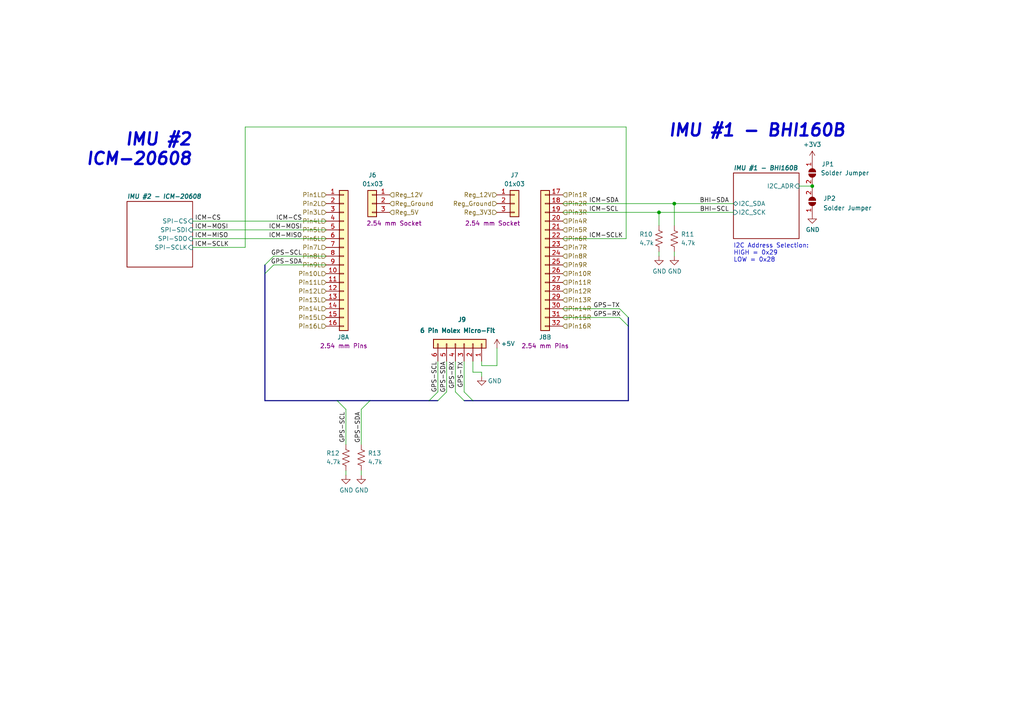
<source format=kicad_sch>
(kicad_sch (version 20211123) (generator eeschema)
  (paper "A4")
  (lib_symbols
    (symbol "Connector_Generic:Conn_01x03" (pin_names (offset 1.016) hide)
      (property "Reference" "J" (at 0 5.08 0))
      (property "Value" "Conn_01x03" (at 0 -5.08 0))
      (symbol "Conn_01x03_1_1"
        (rectangle (start -1.27 -2.413) (end 0 -2.667) (stroke (width 0.1524)))
        (rectangle (start -1.27 0.127) (end 0 -0.127) (stroke (width 0.1524)))
        (rectangle (start -1.27 2.667) (end 0 2.413) (stroke (width 0.1524)))
        (rectangle (start -1.27 3.81) (end 1.27 -3.81) (stroke (width 0.254)) (fill (type background)))
        (pin passive line (at -5.08 2.54 0) (length 3.81) (name "Pin_1") (number "1"))
        (pin passive line (at -5.08 0 0) (length 3.81) (name "Pin_2") (number "2"))
        (pin passive line (at -5.08 -2.54 0) (length 3.81) (name "Pin_3") (number "3"))
      )
    )
    (symbol "Connector_Generic:Conn_01x06" (pin_names (offset 1.016) hide)
      (property "Reference" "J" (at 0 7.62 0))
      (property "Value" "Conn_01x06" (at 0 -10.16 0))
      (symbol "Conn_01x06_1_1"
        (rectangle (start -1.27 -7.493) (end 0 -7.747) (stroke (width 0.1524)))
        (rectangle (start -1.27 -4.953) (end 0 -5.207) (stroke (width 0.1524)))
        (rectangle (start -1.27 -2.413) (end 0 -2.667) (stroke (width 0.1524)))
        (rectangle (start -1.27 0.127) (end 0 -0.127) (stroke (width 0.1524)))
        (rectangle (start -1.27 2.667) (end 0 2.413) (stroke (width 0.1524)))
        (rectangle (start -1.27 5.207) (end 0 4.953) (stroke (width 0.1524)))
        (rectangle (start -1.27 6.35) (end 1.27 -8.89) (stroke (width 0.254)) (fill (type background)))
        (pin passive line (at -5.08 5.08 0) (length 3.81) (name "Pin_1") (number "1"))
        (pin passive line (at -5.08 2.54 0) (length 3.81) (name "Pin_2") (number "2"))
        (pin passive line (at -5.08 0 0) (length 3.81) (name "Pin_3") (number "3"))
        (pin passive line (at -5.08 -2.54 0) (length 3.81) (name "Pin_4") (number "4"))
        (pin passive line (at -5.08 -5.08 0) (length 3.81) (name "Pin_5") (number "5"))
        (pin passive line (at -5.08 -7.62 0) (length 3.81) (name "Pin_6") (number "6"))
      )
    )
    (symbol "Device:R_US" (pin_numbers hide) (pin_names (offset 0))
      (property "Reference" "R" (at 2.54 0 90))
      (property "Value" "R_US" (at -2.54 0 90))
      (symbol "R_US_0_1"
        (polyline (pts (xy 0 -2.286) (xy 0 -2.54)))
        (polyline (pts (xy 0 2.286) (xy 0 2.54)))
        (polyline (pts (xy 0 -0.762) (xy 1.016 -1.143) (xy 0 -1.524) (xy -1.016 -1.905) (xy 0 -2.286)))
        (polyline (pts (xy 0 0.762) (xy 1.016 0.381) (xy 0 0) (xy -1.016 -0.381) (xy 0 -0.762)))
        (polyline (pts (xy 0 2.286) (xy 1.016 1.905) (xy 0 1.524) (xy -1.016 1.143) (xy 0 0.762)))
      )
      (symbol "R_US_1_1"
        (pin passive line (at 0 3.81 270) (length 1.27) (name "~") (number "1"))
        (pin passive line (at 0 -3.81 90) (length 1.27) (name "~") (number "2"))
      )
    )
    (symbol "Jumper:SolderJumper_2_Open" (pin_names (offset 0) hide)
      (property "Reference" "JP" (at 0 2.032 0))
      (property "Value" "SolderJumper_2_Open" (at 0 -2.54 0))
      (symbol "SolderJumper_2_Open_0_1"
        (arc (start -0.254 1.016) (mid -1.27 0) (end -0.254 -1.016))
        (arc (start -0.254 1.016) (mid -1.27 0) (end -0.254 -1.016) (fill (type outline)))
        (polyline (pts (xy -0.254 1.016) (xy -0.254 -1.016)))
        (polyline (pts (xy 0.254 1.016) (xy 0.254 -1.016)))
        (arc (start 0.254 -1.016) (mid 1.27 0) (end 0.254 1.016))
        (arc (start 0.254 -1.016) (mid 1.27 0) (end 0.254 1.016) (fill (type outline)))
      )
      (symbol "SolderJumper_2_Open_1_1"
        (pin passive line (at -3.81 0 0) (length 2.54) (name "A") (number "1"))
        (pin passive line (at 3.81 0 180) (length 2.54) (name "B") (number "2"))
      )
    )
    (symbol "Nav_Board:Conn_02x16_Separate"
      (property "Reference" "J" (at -1.905 21.59 0))
      (symbol "Conn_02x16_Separate_1_1"
        (rectangle (start -1.27 -18.923) (end 0 -19.177) (stroke (width 0.1524)))
        (rectangle (start -1.27 -16.383) (end 0 -16.637) (stroke (width 0.1524)))
        (rectangle (start -1.27 -13.843) (end 0 -14.097) (stroke (width 0.1524)))
        (rectangle (start -1.27 -11.303) (end 0 -11.557) (stroke (width 0.1524)))
        (rectangle (start -1.27 -8.763) (end 0 -9.017) (stroke (width 0.1524)))
        (rectangle (start -1.27 -6.223) (end 0 -6.477) (stroke (width 0.1524)))
        (rectangle (start -1.27 -3.683) (end 0 -3.937) (stroke (width 0.1524)))
        (rectangle (start -1.27 -1.143) (end 0 -1.397) (stroke (width 0.1524)))
        (rectangle (start -1.27 1.397) (end 0 1.143) (stroke (width 0.1524)))
        (rectangle (start -1.27 3.937) (end 0 3.683) (stroke (width 0.1524)))
        (rectangle (start -1.27 6.477) (end 0 6.223) (stroke (width 0.1524)))
        (rectangle (start -1.27 9.017) (end 0 8.763) (stroke (width 0.1524)))
        (rectangle (start -1.27 11.557) (end 0 11.303) (stroke (width 0.1524)))
        (rectangle (start -1.27 14.097) (end 0 13.843) (stroke (width 0.1524)))
        (rectangle (start -1.27 16.637) (end 0 16.383) (stroke (width 0.1524)))
        (rectangle (start -1.27 19.177) (end 0 18.923) (stroke (width 0.1524)))
        (rectangle (start -1.27 20.32) (end 1.27 -20.32) (stroke (width 0.254)) (fill (type background)))
        (pin passive line (at -5.08 19.05 0) (length 3.81) (name "") (number "1"))
        (pin passive line (at -5.08 -3.81 0) (length 3.81) (name "") (number "10"))
        (pin passive line (at -5.08 -6.35 0) (length 3.81) (name "") (number "11"))
        (pin passive line (at -5.08 -8.89 0) (length 3.81) (name "") (number "12"))
        (pin passive line (at -5.08 -11.43 0) (length 3.81) (name "") (number "13"))
        (pin passive line (at -5.08 -13.97 0) (length 3.81) (name "") (number "14"))
        (pin passive line (at -5.08 -16.51 0) (length 3.81) (name "") (number "15"))
        (pin passive line (at -5.08 -19.05 0) (length 3.81) (name "") (number "16"))
        (pin passive line (at -5.08 16.51 0) (length 3.81) (name "") (number "2"))
        (pin passive line (at -5.08 13.97 0) (length 3.81) (name "") (number "3"))
        (pin passive line (at -5.08 11.43 0) (length 3.81) (name "") (number "4"))
        (pin passive line (at -5.08 8.89 0) (length 3.81) (name "") (number "5"))
        (pin passive line (at -5.08 6.35 0) (length 3.81) (name "") (number "6"))
        (pin passive line (at -5.08 3.81 0) (length 3.81) (name "") (number "7"))
        (pin passive line (at -5.08 1.27 0) (length 3.81) (name "") (number "8"))
        (pin passive line (at -5.08 -1.27 0) (length 3.81) (name "") (number "9"))
      )
      (symbol "Conn_02x16_Separate_2_1"
        (rectangle (start -1.27 -18.923) (end 0 -19.177) (stroke (width 0.1524)))
        (rectangle (start -1.27 -16.383) (end 0 -16.637) (stroke (width 0.1524)))
        (rectangle (start -1.27 -13.843) (end 0 -14.097) (stroke (width 0.1524)))
        (rectangle (start -1.27 -11.303) (end 0 -11.557) (stroke (width 0.1524)))
        (rectangle (start -1.27 -8.763) (end 0 -9.017) (stroke (width 0.1524)))
        (rectangle (start -1.27 -6.223) (end 0 -6.477) (stroke (width 0.1524)))
        (rectangle (start -1.27 -3.683) (end 0 -3.937) (stroke (width 0.1524)))
        (rectangle (start -1.27 -1.143) (end 0 -1.397) (stroke (width 0.1524)))
        (rectangle (start -1.27 1.397) (end 0 1.143) (stroke (width 0.1524)))
        (rectangle (start -1.27 3.937) (end 0 3.683) (stroke (width 0.1524)))
        (rectangle (start -1.27 6.477) (end 0 6.223) (stroke (width 0.1524)))
        (rectangle (start -1.27 9.017) (end 0 8.763) (stroke (width 0.1524)))
        (rectangle (start -1.27 11.557) (end 0 11.303) (stroke (width 0.1524)))
        (rectangle (start -1.27 14.097) (end 0 13.843) (stroke (width 0.1524)))
        (rectangle (start -1.27 16.637) (end 0 16.383) (stroke (width 0.1524)))
        (rectangle (start -1.27 19.177) (end 0 18.923) (stroke (width 0.1524)))
        (rectangle (start -1.27 20.32) (end 1.27 -20.32) (stroke (width 0.254)) (fill (type background)))
        (pin passive line (at -5.08 19.05 0) (length 3.81) (name "") (number "17"))
        (pin passive line (at -5.08 16.51 0) (length 3.81) (name "") (number "18"))
        (pin passive line (at -5.08 13.97 0) (length 3.81) (name "") (number "19"))
        (pin passive line (at -5.08 11.43 0) (length 3.81) (name "") (number "20"))
        (pin passive line (at -5.08 8.89 0) (length 3.81) (name "") (number "21"))
        (pin passive line (at -5.08 6.35 0) (length 3.81) (name "") (number "22"))
        (pin passive line (at -5.08 3.81 0) (length 3.81) (name "") (number "23"))
        (pin passive line (at -5.08 1.27 0) (length 3.81) (name "") (number "24"))
        (pin passive line (at -5.08 -1.27 0) (length 3.81) (name "") (number "25"))
        (pin passive line (at -5.08 -3.81 0) (length 3.81) (name "") (number "26"))
        (pin passive line (at -5.08 -6.35 0) (length 3.81) (name "") (number "27"))
        (pin passive line (at -5.08 -8.89 0) (length 3.81) (name "") (number "28"))
        (pin passive line (at -5.08 -11.43 0) (length 3.81) (name "") (number "29"))
        (pin passive line (at -5.08 -13.97 0) (length 3.81) (name "") (number "30"))
        (pin passive line (at -5.08 -16.51 0) (length 3.81) (name "") (number "31"))
        (pin passive line (at -5.08 -19.05 0) (length 3.81) (name "") (number "32"))
      )
    )
    (symbol "power:+3V3" (power) (pin_names (offset 0))
      (property "Value" "+3V3" (at 0 3.556 0))
      (symbol "+3V3_0_1"
        (polyline (pts (xy -0.762 1.27) (xy 0 2.54)))
        (polyline (pts (xy 0 0) (xy 0 2.54)))
        (polyline (pts (xy 0 2.54) (xy 0.762 1.27)))
      )
      (symbol "+3V3_1_1"
        (pin power_in line (at 0 0 90) (length 0) hide (name "+3V3") (number "1"))
      )
    )
    (symbol "power:+5V" (power) (pin_names (offset 0))
      (property "Value" "+5V" (at 0 3.556 0))
      (symbol "+5V_0_1"
        (polyline (pts (xy -0.762 1.27) (xy 0 2.54)))
        (polyline (pts (xy 0 0) (xy 0 2.54)))
        (polyline (pts (xy 0 2.54) (xy 0.762 1.27)))
      )
      (symbol "+5V_1_1"
        (pin power_in line (at 0 0 90) (length 0) hide (name "+5V") (number "1"))
      )
    )
    (symbol "power:GND" (power) (pin_names (offset 0))
      (property "Value" "GND" (at 0 -3.81 0))
      (symbol "GND_0_1"
        (polyline (pts (xy 0 0) (xy 0 -1.27) (xy 1.27 -1.27) (xy 0 -2.54) (xy -1.27 -1.27) (xy 0 -1.27)))
      )
      (symbol "GND_1_1"
        (pin power_in line (at 0 0 270) (length 0) hide (name "GND") (number "1"))
      )
    )
  )
  (junction (at 191.135 61.595))
  (junction (at 235.585 53.975))
  (junction (at 195.58 59.055))
  (bus_entry (at 76.835 79.375) (size 2.54 -2.54))
  (bus_entry (at 76.835 76.835) (size 2.54 -2.54))
  (bus_entry (at 179.705 89.535) (size 2.54 2.54))
  (bus_entry (at 179.705 92.075) (size 2.54 2.54))
  (bus_entry (at 132.08 113.665) (size 2.54 2.54))
  (bus_entry (at 134.62 113.665) (size 2.54 2.54))
  (bus_entry (at 129.54 113.665) (size -2.54 2.54))
  (bus_entry (at 127 113.665) (size -2.54 2.54))
  (bus_entry (at 104.775 118.745) (size 2.54 -2.54))
  (bus_entry (at 100.33 118.745) (size -2.54 -2.54))
  (wire (pts (xy 163.195 89.535) (xy 179.705 89.535)))
  (wire (pts (xy 163.195 92.075) (xy 179.705 92.075)))
  (wire (pts (xy 195.58 73.025) (xy 195.58 74.295)))
  (wire (pts (xy 191.135 61.595) (xy 191.135 65.405)))
  (wire (pts (xy 163.195 59.055) (xy 195.58 59.055)))
  (wire (pts (xy 55.88 64.135) (xy 94.615 64.135)))
  (wire (pts (xy 163.195 61.595) (xy 191.135 61.595)))
  (bus (pts (xy 97.79 116.205) (xy 76.835 116.205)))
  (wire (pts (xy 195.58 59.055) (xy 212.725 59.055)))
  (wire (pts (xy 127 104.775) (xy 127 113.665)))
  (wire (pts (xy 104.775 118.745) (xy 104.775 128.905)))
  (wire (pts (xy 79.375 74.295) (xy 94.615 74.295)))
  (wire (pts (xy 191.135 61.595) (xy 212.725 61.595)))
  (wire (pts (xy 139.7 104.775) (xy 139.7 106.045)))
  (wire (pts (xy 235.585 53.975) (xy 231.775 53.975)))
  (wire (pts (xy 137.16 107.95) (xy 137.16 104.775)))
  (wire (pts (xy 100.33 136.525) (xy 100.33 137.795)))
  (wire (pts (xy 134.62 104.775) (xy 134.62 113.665)))
  (bus (pts (xy 137.16 116.205) (xy 182.245 116.205)))
  (wire (pts (xy 79.375 76.835) (xy 94.615 76.835)))
  (wire (pts (xy 104.775 136.525) (xy 104.775 137.795)))
  (bus (pts (xy 134.62 116.205) (xy 137.16 116.205)))
  (wire (pts (xy 191.135 73.025) (xy 191.135 74.295)))
  (bus (pts (xy 182.245 116.205) (xy 182.245 94.615)))
  (bus (pts (xy 124.46 116.205) (xy 127 116.205)))
  (wire (pts (xy 55.88 71.755) (xy 71.12 71.755)))
  (wire (pts (xy 55.88 66.675) (xy 94.615 66.675)))
  (wire (pts (xy 195.58 59.055) (xy 195.58 65.405)))
  (bus (pts (xy 124.46 116.205) (xy 107.315 116.205)))
  (wire (pts (xy 129.54 104.775) (xy 129.54 113.665)))
  (wire (pts (xy 144.145 106.045) (xy 139.7 106.045)))
  (wire (pts (xy 144.145 100.965) (xy 144.145 106.045)))
  (bus (pts (xy 107.315 116.205) (xy 97.79 116.205)))
  (wire (pts (xy 71.12 36.83) (xy 181.61 36.83)))
  (wire (pts (xy 235.585 53.975) (xy 235.585 54.61)))
  (wire (pts (xy 139.7 107.95) (xy 137.16 107.95)))
  (wire (pts (xy 132.08 104.775) (xy 132.08 113.665)))
  (wire (pts (xy 71.12 71.755) (xy 71.12 36.83)))
  (wire (pts (xy 139.7 109.22) (xy 139.7 107.95)))
  (wire (pts (xy 181.61 69.215) (xy 163.195 69.215)))
  (wire (pts (xy 181.61 36.83) (xy 181.61 69.215)))
  (wire (pts (xy 100.33 118.745) (xy 100.33 128.905)))
  (bus (pts (xy 76.835 79.375) (xy 76.835 76.835)))
  (bus (pts (xy 182.245 94.615) (xy 182.245 92.075)))
  (bus (pts (xy 76.835 116.205) (xy 76.835 79.375)))
  (wire (pts (xy 55.88 69.215) (xy 94.615 69.215)))
  (text "IMU #1 - BHI160B" (at 193.675 40.005 0) (effects (font (size 3.5052 3.5052) (thickness 0.701) bold italic) (justify left bottom)))
  (text "I2C Address Selection:\nHIGH = 0x29\nLOW = 0x28" (at 212.725 76.2 0) (effects (font (size 1.27 1.27)) (justify left bottom)))
  (text "IMU #2\nICM-20608" (at 55.88 48.26 180) (effects (font (size 3.5052 3.5052) (thickness 0.701) bold italic) (justify right bottom)))
  (label "ICM-CS" (at 56.515 64.135 0))
  (label "GPS-TX" (at 172.085 89.535 0))
  (label "GPS-SDA" (at 87.63 76.835 180))
  (label "ICM-SDA" (at 170.815 59.055 0))
  (label "ICM-MISO" (at 87.63 69.215 180))
  (label "GPS-RX" (at 132.08 104.775 270))
  (label "GPS-RX" (at 172.085 92.075 0))
  (label "ICM-CS" (at 87.63 64.135 180))
  (label "ICM-MOSI" (at 87.63 66.675 180))
  (label "GPS-SDA" (at 129.54 104.775 270))
  (label "BHI-SCL" (at 211.455 61.595 180))
  (label "GPS-SCL" (at 127 104.775 270))
  (label "ICM-SCLK" (at 170.815 69.215 0))
  (label "ICM-MOSI" (at 56.515 66.675 0))
  (label "GPS-SCL" (at 100.33 119.38 270))
  (label "ICM-MISO" (at 56.515 69.215 0))
  (label "ICM-SCL" (at 170.815 61.595 0))
  (label "GPS-TX" (at 134.62 104.775 270))
  (label "ICM-SCLK" (at 56.515 71.755 0))
  (label "BHI-SDA" (at 211.455 59.055 180))
  (label "GPS-SDA" (at 104.775 119.38 270))
  (label "GPS-SCL" (at 87.63 74.295 180))
  (hierarchical_label "Pin1L" (shape input) (at 94.615 56.515 180))
  (hierarchical_label "Pin12R" (shape input) (at 163.195 84.455 0))
  (hierarchical_label "Reg_3V3" (shape input) (at 144.145 61.595 180))
  (hierarchical_label "Pin5L" (shape input) (at 94.615 66.675 180))
  (hierarchical_label "Pin9L" (shape input) (at 94.615 76.835 180))
  (hierarchical_label "Pin7L" (shape input) (at 94.615 71.755 180))
  (hierarchical_label "Pin15R" (shape input) (at 163.195 92.075 0))
  (hierarchical_label "Reg_Ground" (shape input) (at 144.145 59.055 180))
  (hierarchical_label "Pin3L" (shape input) (at 94.615 61.595 180))
  (hierarchical_label "Pin4L" (shape input) (at 94.615 64.135 180))
  (hierarchical_label "Pin15L" (shape input) (at 94.615 92.075 180))
  (hierarchical_label "Pin13L" (shape input) (at 94.615 86.995 180))
  (hierarchical_label "Pin10L" (shape input) (at 94.615 79.375 180))
  (hierarchical_label "Pin14L" (shape input) (at 94.615 89.535 180))
  (hierarchical_label "Pin13R" (shape input) (at 163.195 86.995 0))
  (hierarchical_label "Pin16R" (shape input) (at 163.195 94.615 0))
  (hierarchical_label "Reg_Ground" (shape input) (at 113.03 59.055 0))
  (hierarchical_label "Pin5R" (shape input) (at 163.195 66.675 0))
  (hierarchical_label "Pin1R" (shape input) (at 163.195 56.515 0))
  (hierarchical_label "Pin3R" (shape input) (at 163.195 61.595 0))
  (hierarchical_label "Pin14R" (shape input) (at 163.195 89.535 0))
  (hierarchical_label "Pin6R" (shape input) (at 163.195 69.215 0))
  (hierarchical_label "Pin12L" (shape input) (at 94.615 84.455 180))
  (hierarchical_label "Pin2R" (shape input) (at 163.195 59.055 0))
  (hierarchical_label "Pin16L" (shape input) (at 94.615 94.615 180))
  (hierarchical_label "Pin11L" (shape input) (at 94.615 81.915 180))
  (hierarchical_label "Pin6L" (shape input) (at 94.615 69.215 180))
  (hierarchical_label "Pin8L" (shape input) (at 94.615 74.295 180))
  (hierarchical_label "Pin9R" (shape input) (at 163.195 76.835 0))
  (hierarchical_label "Pin11R" (shape input) (at 163.195 81.915 0))
  (hierarchical_label "Reg_12V" (shape input) (at 113.03 56.515 0))
  (hierarchical_label "Pin8R" (shape input) (at 163.195 74.295 0))
  (hierarchical_label "Pin2L" (shape input) (at 94.615 59.055 180))
  (hierarchical_label "Reg_12V" (shape input) (at 144.145 56.515 180))
  (hierarchical_label "Reg_5V" (shape input) (at 113.03 61.595 0))
  (hierarchical_label "Pin4R" (shape input) (at 163.195 64.135 0))
  (hierarchical_label "Pin10R" (shape input) (at 163.195 79.375 0))
  (hierarchical_label "Pin7R" (shape input) (at 163.195 71.755 0))
  (symbol (lib_id "Device:R_US") (at 100.33 132.715 0) (unit 1)
    (property "Reference" "R12" (at 94.615 131.445 0) (effects (justify left)))
    (property "Value" "4.7k" (at 94.615 133.985 0) (effects (justify left)))
    (property "Footprint" "Resistor_SMD:R_0603_1608Metric_Pad0.98x0.95mm_HandSolder" (effects hide))
  )
  (symbol (lib_id "power:GND") (at 100.33 137.795 0) (unit 1)
    (property "Reference" "#PWR047" (effects hide))
    (property "Value" "GND" (at 100.457 142.1892 0))
  )
  (symbol (lib_id "Device:R_US") (at 195.58 69.215 0) (unit 1)
    (property "Reference" "R11" (at 197.485 67.945 0) (effects (justify left)))
    (property "Value" "4.7k" (at 197.485 70.485 0) (effects (justify left)))
    (property "Footprint" "Resistor_SMD:R_0603_1608Metric_Pad0.98x0.95mm_HandSolder" (effects hide))
  )
  (symbol (lib_id "Connector_Generic:Conn_01x03") (at 107.95 59.055 0) (mirror y) (unit 1)
    (property "Reference" "J6" (at 109.22 50.8 0) (effects (justify left)))
    (property "Value" "01x03" (at 111.125 53.34 0) (effects (justify left)))
    (property "Footprint" "Connector_PinSocket_2.54mm:PinSocket_1x03_P2.54mm_Vertical" (effects hide))
    (property "Field4" "2.54 mm Socket" (at 114.3 64.77 0))
  )
  (symbol (lib_id "Device:R_US") (at 191.135 69.215 0) (unit 1)
    (property "Reference" "R10" (at 185.42 67.945 0) (effects (justify left)))
    (property "Value" "4.7k" (at 185.42 70.485 0) (effects (justify left)))
    (property "Footprint" "Resistor_SMD:R_0603_1608Metric_Pad0.98x0.95mm_HandSolder" (effects hide))
  )
  (symbol (lib_id "power:GND") (at 139.7 109.22 0) (mirror y) (unit 1)
    (property "Reference" "#PWR046" (effects hide))
    (property "Value" "GND" (at 143.51 110.49 0))
  )
  (symbol (lib_id "power:GND") (at 191.135 74.295 0) (unit 1)
    (property "Reference" "#PWR043" (effects hide))
    (property "Value" "GND" (at 191.262 78.6892 0))
  )
  (symbol (lib_id "Jumper:SolderJumper_2_Open") (at 235.585 58.42 90) (unit 1)
    (property "Reference" "JP2" (at 238.76 57.5499 90) (effects (justify right)))
    (property "Value" "Solder Jumper" (at 238.76 60.325 90) (effects (justify right)))
    (property "Footprint" "Jumper:SolderJumper-2_P1.3mm_Open_RoundedPad1.0x1.5mm" (effects hide))
  )
  (symbol (lib_id "Nav_Board:Conn_02x16_Separate") (at 99.695 75.565 0) (unit 1)
    (property "Reference" "J8" (at 97.79 97.79 0) (effects (justify left)))
    (property "Value" "Conn_02x16_Separate" (effects hide))
    (property "Footprint" "Nav_Board:PinSocket_2x16_P2.54mm_Vertical_Nav_Board" (effects hide))
    (property "Field4" "2.54 mm Pins" (at 99.695 100.33 0))
  )
  (symbol (lib_id "power:GND") (at 195.58 74.295 0) (unit 1)
    (property "Reference" "#PWR044" (effects hide))
    (property "Value" "GND" (at 195.707 78.6892 0))
  )
  (symbol (lib_id "power:GND") (at 104.775 137.795 0) (unit 1)
    (property "Reference" "#PWR048" (effects hide))
    (property "Value" "GND" (at 104.902 142.1892 0))
  )
  (symbol (lib_id "Connector_Generic:Conn_01x03") (at 149.225 59.055 0) (unit 1)
    (property "Reference" "J7" (at 149.225 50.8 0))
    (property "Value" "01x03" (at 149.225 53.34 0))
    (property "Footprint" "Connector_PinSocket_2.54mm:PinSocket_1x03_P2.54mm_Vertical" (effects hide))
    (property "Field4" "2.54 mm Socket" (at 142.875 64.77 0))
  )
  (symbol (lib_id "Connector_Generic:Conn_01x06") (at 134.62 99.695 270) (mirror x) (unit 1)
    (property "Reference" "J9" (at 133.985 92.71 90) (effects (font bold)))
    (property "Value" "6 Pin Molex Micro-Fit" (at 132.715 95.885 90) (effects (font bold)))
    (property "Footprint" "Connector_Molex:Molex_Micro-Fit_3.0_43650-0600_1x06_P3.00mm_Horizontal" (effects hide))
  )
  (symbol (lib_id "power:GND") (at 235.585 62.23 0) (unit 1)
    (property "Reference" "#PWR042" (effects hide))
    (property "Value" "GND" (at 235.712 66.6242 0))
  )
  (symbol (lib_id "power:+3V3") (at 235.585 46.355 0) (unit 1)
    (property "Reference" "#PWR041" (effects hide))
    (property "Value" "+3V3" (at 235.585 41.91 0))
  )
  (symbol (lib_id "Nav_Board:Conn_02x16_Separate") (at 158.115 75.565 0) (mirror y) (unit 2)
    (property "Reference" "J8" (at 158.115 97.79 0))
    (property "Value" "Conn_02x16_Separate" (effects hide))
    (property "Footprint" "Nav_Board:PinSocket_2x16_P2.54mm_Vertical_Nav_Board" (effects hide))
    (property "Field4" "2.54 mm Pins" (at 158.115 100.33 0))
  )
  (symbol (lib_id "Device:R_US") (at 104.775 132.715 0) (unit 1)
    (property "Reference" "R13" (at 106.68 131.445 0) (effects (justify left)))
    (property "Value" "4.7k" (at 106.68 133.985 0) (effects (justify left)))
    (property "Footprint" "Resistor_SMD:R_0603_1608Metric_Pad0.98x0.95mm_HandSolder" (effects hide))
  )
  (symbol (lib_id "Jumper:SolderJumper_2_Open") (at 235.585 50.165 270) (unit 1)
    (property "Reference" "JP1" (at 241.935 47.625 90) (effects (justify right)))
    (property "Value" "Solder Jumper" (at 252.095 50.165 90) (effects (justify right)))
    (property "Footprint" "Jumper:SolderJumper-2_P1.3mm_Open_RoundedPad1.0x1.5mm" (effects hide))
  )
  (symbol (lib_id "power:+5V") (at 144.145 100.965 0) (unit 1)
    (property "Reference" "#PWR045" (effects hide))
    (property "Value" "+5V" (at 147.32 99.695 0))
  )
  (sheet (at 36.83 58.42) (size 19.05 19.05) (stroke (width 0.1524))
    (property "Sheet name" "IMU #2 - ICM-20608" (at 36.83 57.7084 0) (effects (font bold italic) (justify left bottom)))
    (property "Sheet file" "component_sheets\\ICM-20608.kicad_sch" (effects hide))
    (pin "SPI-SCLK" input (at 55.88 71.755 0))
    (pin "SPI-CS" input (at 55.88 64.135 0))
    (pin "SPI-SDI" input (at 55.88 66.675 0))
    (pin "SPI-SDO" input (at 55.88 69.215 0))
  )
  (sheet (at 212.725 50.165) (size 19.05 19.05) (stroke (width 0.1524))
    (property "Sheet name" "IMU #1 - BHI160B" (at 212.725 49.4534 0) (effects (font bold italic) (justify left bottom)))
    (property "Sheet file" "component_sheets\\BHI160B.kicad_sch" (effects hide))
    (pin "I2C_SDA" bidirectional (at 212.725 59.055 180))
    (pin "I2C_SCK" input (at 212.725 61.595 180))
    (pin "I2C_ADR" input (at 231.775 53.975 0))
  )
)
</source>
